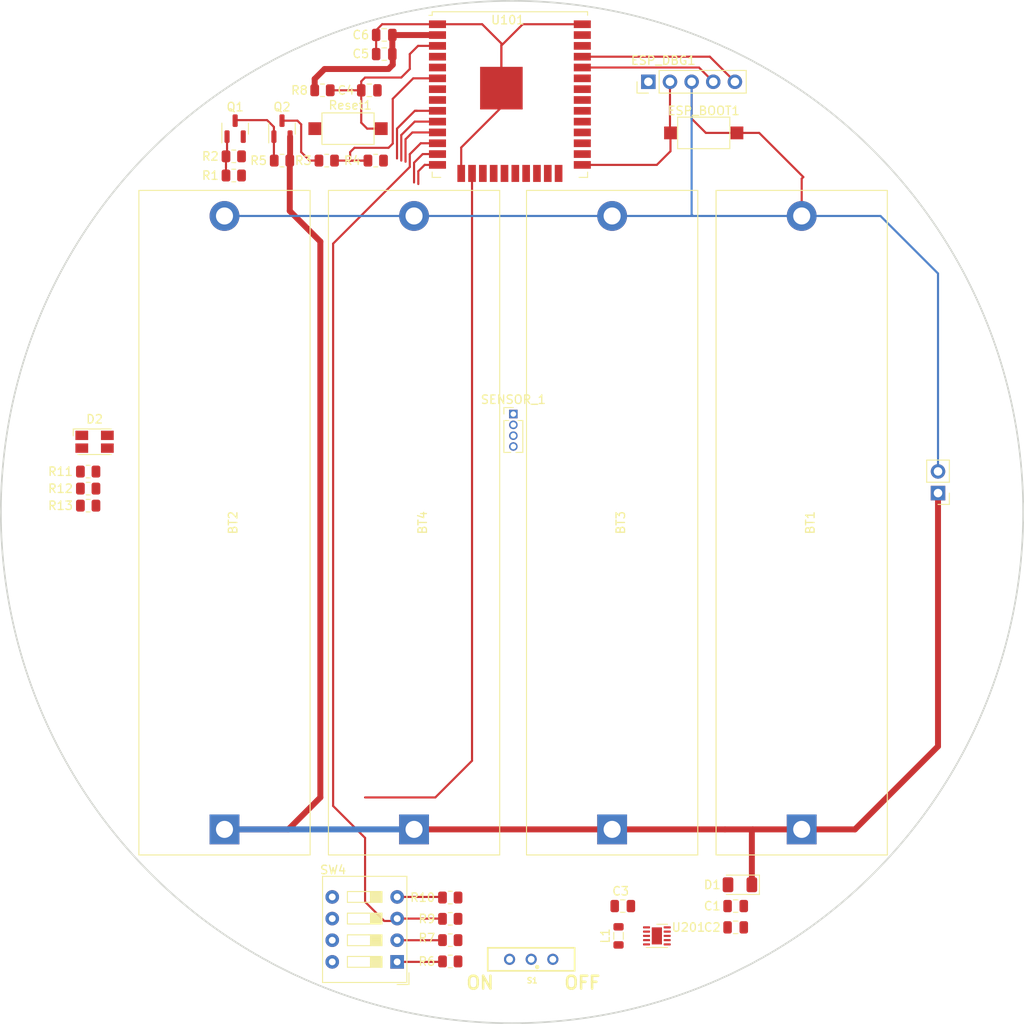
<source format=kicad_pcb>
(kicad_pcb (version 20211014) (generator pcbnew)
  (layers (0 "F.Cu" signal) (31 "B.Cu" signal) (34 "B.Paste" user) (35 "F.Paste" user) (36 "B.SilkS" user "B.Silkscreen") (37 "F.SilkS" user "F.Silkscreen") (38 "B.Mask" user) (39 "F.Mask" user) (44 "Edge.Cuts" user))
  (net 0 "")
  (net 1 "+3.3V")
  (net 2 "Net-(D2-Pad2)")
  (net 3 "Net-(D2-Pad3)")
  (net 4 "Net-(D2-Pad4)")
  (net 5 "Net-(Q1-Pad1)")
  (net 6 "GND")
  (net 7 "Net-(Q1-Pad3)")
  (net 8 "/+BAT_OUT")
  (net 9 "+BATT")
  (net 10 "/EN")
  (net 13 "/BAT_CHECK")
  (net 16 "/LED_R")
  (net 17 "/LED_G")
  (net 18 "/LED_B")
  (net 19 "/FUNC_2")
  (net 20 "/FUNC_3")
  (net 21 "/FUNC_0")
  (net 22 "/FUNC_1")
  (net 31 "/BOOT")
  (net 35 "/BAT_IN")
  (net 39 "/SDA")
  (net 40 "/RXD")
  (net 41 "/TXD")
  (net 42 "/SCL")
  (net 44 "Net-(C3-Pad1)")
  (net 45 "Net-(L1-Pad2)")
  (net 46 "Net-(L1-Pad1)")
  (net 47 "Net-(C1-Pad1)")
  (footprint "Button_Switch_SMD:SW_SPST_CK_RS282G05A3" (layer "F.Cu") (at 101.5 37.5 180)
    (fp_text reference "Reset1" (at -0.25 2.75) (layer "F.SilkS"))
    (fp_text value "IT-1101NHA-180G" hide)
    (fp_line (start -3.06 1.85) (end -3.06 -1.85) (layer "F.SilkS") (width 0.12))
    (fp_line (start 3.06 1.85) (end -3.06 1.85) (layer "F.SilkS") (width 0.12))
    (fp_line (start -3.06 -1.85) (end 3.06 -1.85) (layer "F.SilkS") (width 0.12))
    (fp_line (start 3.06 -1.85) (end 3.06 1.85) (layer "F.SilkS") (width 0.12))
    (pad "1" smd rect (at -3.9 0 180) (size 1.5 1.5) (layers "F.Cu" "F.Paste" "F.Mask") (net 10 "/EN"))
    (pad "2" smd rect (at 3.9 0 180) (size 1.5 1.5) (layers "F.Cu" "F.Paste" "F.Mask") (net 6 "GND"))
  )
  (footprint "Resistor_SMD:R_0805_2012Metric" (layer "F.Cu") (at 71 79.75 180)
    (fp_text reference "R12" (at 3.25 0) (layer "F.SilkS"))
    (fp_text value "270R" hide)
    (fp_line (start -0.227064 -0.735) (end 0.227064 -0.735) (layer "F.SilkS") (width 0.12))
    (fp_line (start -0.227064 0.735) (end 0.227064 0.735) (layer "F.SilkS") (width 0.12))
    (pad "1" smd roundrect (at -0.9125 0 180) (size 1.025 1.4) (layers "F.Cu" "F.Paste" "F.Mask") (roundrect_rratio 0.243902) (net 17 "/LED_G"))
    (pad "2" smd roundrect (at 0.9125 0 180) (size 1.025 1.4) (layers "F.Cu" "F.Paste" "F.Mask") (roundrect_rratio 0.243902) (net 3 "Net-(D2-Pad3)"))
  )
  (footprint "Resistor_SMD:R_0805_2012Metric" (layer "F.Cu") (at 113.5 132.75 180)
    (fp_text reference "R7" (at 2.75 0.25) (layer "F.SilkS"))
    (fp_text value "10K" hide)
    (fp_line (start -0.227064 -0.735) (end 0.227064 -0.735) (layer "F.SilkS") (width 0.12))
    (fp_line (start -0.227064 0.735) (end 0.227064 0.735) (layer "F.SilkS") (width 0.12))
    (pad "1" smd roundrect (at -0.9125 0 180) (size 1.025 1.4) (layers "F.Cu" "F.Paste" "F.Mask") (roundrect_rratio 0.243902) (net 1 "+3.3V"))
    (pad "2" smd roundrect (at 0.9125 0 180) (size 1.025 1.4) (layers "F.Cu" "F.Paste" "F.Mask") (roundrect_rratio 0.243902) (net 22 "/FUNC_1"))
  )
  (footprint "Button_Switch_SMD:SW_SPST_CK_RS282G05A3" (layer "F.Cu") (at 143.25 38)
    (fp_text reference "ESP_BOOT1" (at 0 -2.6) (layer "F.SilkS"))
    (fp_text value "IT-1101NHA-180G" hide)
    (fp_line (start -3.06 1.85) (end -3.06 -1.85) (layer "F.SilkS") (width 0.12))
    (fp_line (start -3.06 -1.85) (end 3.06 -1.85) (layer "F.SilkS") (width 0.12))
    (fp_line (start 3.06 1.85) (end -3.06 1.85) (layer "F.SilkS") (width 0.12))
    (fp_line (start 3.06 -1.85) (end 3.06 1.85) (layer "F.SilkS") (width 0.12))
    (pad "1" smd rect (at -3.9 0) (size 1.5 1.5) (layers "F.Cu" "F.Paste" "F.Mask") (net 31 "/BOOT"))
    (pad "2" smd rect (at 3.9 0) (size 1.5 1.5) (layers "F.Cu" "F.Paste" "F.Mask") (net 6 "GND"))
  )
  (footprint "Capacitor_SMD:C_0805_2012Metric" (layer "F.Cu") (at 105.75 28.75 180)
    (fp_text reference "C5" (at 2.75 0.04) (layer "F.SilkS"))
    (fp_text value "100nF" hide)
    (fp_line (start -0.261252 0.735) (end 0.261252 0.735) (layer "F.SilkS") (width 0.12))
    (fp_line (start -0.261252 -0.735) (end 0.261252 -0.735) (layer "F.SilkS") (width 0.12))
    (pad "1" smd roundrect (at -0.95 0 180) (size 1 1.45) (layers "F.Cu" "F.Paste" "F.Mask") (net 1 "+3.3V"))
    (pad "2" smd roundrect (at 0.95 0 180) (size 1 1.45) (layers "F.Cu" "F.Paste" "F.Mask") (net 6 "GND"))
  )
  (footprint "Resistor_SMD:R_0805_2012Metric" (layer "F.Cu") (at 113.5 130.25 180)
    (fp_text reference "R9" (at 2.75 0) (layer "F.SilkS"))
    (fp_text value "10K" hide)
    (fp_line (start -0.227064 -0.735) (end 0.227064 -0.735) (layer "F.SilkS") (width 0.12))
    (fp_line (start -0.227064 0.735) (end 0.227064 0.735) (layer "F.SilkS") (width 0.12))
    (pad "1" smd roundrect (at -0.9125 0 180) (size 1.025 1.4) (layers "F.Cu" "F.Paste" "F.Mask") (roundrect_rratio 0.243902) (net 1 "+3.3V"))
    (pad "2" smd roundrect (at 0.9125 0 180) (size 1.025 1.4) (layers "F.Cu" "F.Paste" "F.Mask") (roundrect_rratio 0.243902) (net 19 "/FUNC_2"))
  )
  (footprint "Resistor_SMD:R_0805_2012Metric" (layer "F.Cu") (at 113.5 135.25 180)
    (fp_text reference "R6" (at 2.75 0) (layer "F.SilkS"))
    (fp_text value "10K" hide)
    (fp_line (start -0.227064 0.735) (end 0.227064 0.735) (layer "F.SilkS") (width 0.12))
    (fp_line (start -0.227064 -0.735) (end 0.227064 -0.735) (layer "F.SilkS") (width 0.12))
    (pad "1" smd roundrect (at -0.9125 0 180) (size 1.025 1.4) (layers "F.Cu" "F.Paste" "F.Mask") (roundrect_rratio 0.243902) (net 1 "+3.3V"))
    (pad "2" smd roundrect (at 0.9125 0 180) (size 1.025 1.4) (layers "F.Cu" "F.Paste" "F.Mask") (roundrect_rratio 0.243902) (net 21 "/FUNC_0"))
  )
  (footprint "Capacitor_SMD:C_0805_2012Metric" (layer "F.Cu") (at 147 128.75)
    (fp_text reference "C1" (at -2.75 0) (layer "F.SilkS"))
    (fp_text value "100nF" hide)
    (fp_line (start -0.261252 0.735) (end 0.261252 0.735) (layer "F.SilkS") (width 0.12))
    (fp_line (start -0.261252 -0.735) (end 0.261252 -0.735) (layer "F.SilkS") (width 0.12))
    (pad "1" smd roundrect (at -0.95 0) (size 1 1.45) (layers "F.Cu" "F.Paste" "F.Mask") (net 47 "Net-(C1-Pad1)"))
    (pad "2" smd roundrect (at 0.95 0) (size 1 1.45) (layers "F.Cu" "F.Paste" "F.Mask") (net 6 "GND"))
  )
  (footprint "Package_TO_SOT_SMD:SOT-23" (layer "F.Cu") (at 88.25 37.5 90)
    (fp_text reference "Q1" (at 2.54 0) (layer "F.SilkS"))
    (fp_text value "MMBT3904" hide)
    (fp_line (start 0 -1.56) (end 0.65 -1.56) (layer "F.SilkS") (width 0.12))
    (fp_line (start 0 1.56) (end 0.65 1.56) (layer "F.SilkS") (width 0.12))
    (fp_line (start 0 -1.56) (end -1.675 -1.56) (layer "F.SilkS") (width 0.12))
    (fp_line (start 0 1.56) (end -0.65 1.56) (layer "F.SilkS") (width 0.12))
    (pad "1" smd roundrect (at -0.9375 -0.95 90) (size 1.475 0.6) (layers "F.Cu" "F.Paste" "F.Mask") (net 5 "Net-(Q1-Pad1)"))
    (pad "2" smd roundrect (at -0.9375 0.95 90) (size 1.475 0.6) (layers "F.Cu" "F.Paste" "F.Mask") (net 6 "GND"))
    (pad "3" smd roundrect (at 0.9375 0 90) (size 1.475 0.6) (layers "F.Cu" "F.Paste" "F.Mask") (net 7 "Net-(Q1-Pad3)"))
  )
  (footprint "Inductor_SMD:L_0805_2012Metric" (layer "F.Cu") (at 133.25 132.25 90)
    (fp_text reference "L1" (at 0 -1.55 90) (layer "F.SilkS"))
    (fp_text value "INDUCTOR" hide)
    (fp_line (start -0.399622 -0.56) (end 0.399622 -0.56) (layer "F.SilkS") (width 0.12))
    (fp_line (start -0.399622 0.56) (end 0.399622 0.56) (layer "F.SilkS") (width 0.12))
    (pad "1" smd roundrect (at -1.0625 0 90) (size 0.875 1.2) (layers "F.Cu" "F.Paste" "F.Mask") (net 46 "Net-(L1-Pad1)"))
    (pad "2" smd roundrect (at 1.0625 0 90) (size 0.875 1.2) (layers "F.Cu" "F.Paste" "F.Mask") (net 45 "Net-(L1-Pad2)"))
  )
  (footprint "LED_SMD:LED_Avago_PLCC4_3.2x2.8mm_CW" (layer "F.Cu") (at 71.75 74.25)
    (fp_text reference "D2" (at 0 -2.65) (layer "F.SilkS"))
    (fp_text value "ASMB-MTB0-0A3A2" hide)
    (fp_line (start -1.95 1.5) (end 1.95 1.5) (layer "F.SilkS") (width 0.12))
    (fp_line (start -2.5 -0.7) (end -2.5 -1.5) (layer "F.SilkS") (width 0.12))
    (fp_line (start -2.500044 -1.5) (end 1.95 -1.5) (layer "F.SilkS") (width 0.12))
    (pad "1" smd rect (at -1.5 -0.75) (size 1.5 1.1) (layers "F.Cu" "F.Paste" "F.Mask") (net 1 "+3.3V"))
    (pad "2" smd rect (at 1.5 -0.75) (size 1.5 1.1) (layers "F.Cu" "F.Paste" "F.Mask") (net 2 "Net-(D2-Pad2)"))
    (pad "3" smd rect (at 1.5 0.75) (size 1.5 1.1) (layers "F.Cu" "F.Paste" "F.Mask") (net 3 "Net-(D2-Pad3)"))
    (pad "4" smd rect (at -1.5 0.75) (size 1.5 1.1) (layers "F.Cu" "F.Paste" "F.Mask") (net 4 "Net-(D2-Pad4)"))
  )
  (footprint "Resistor_SMD:R_0805_2012Metric" (layer "F.Cu") (at 71 77.75)
    (fp_text reference "R11" (at -3.25 0) (layer "F.SilkS"))
    (fp_text value "270R" hide)
    (fp_line (start -0.227064 0.735) (end 0.227064 0.735) (layer "F.SilkS") (width 0.12))
    (fp_line (start -0.227064 -0.735) (end 0.227064 -0.735) (layer "F.SilkS") (width 0.12))
    (pad "1" smd roundrect (at -0.9125 0) (size 1.025 1.4) (layers "F.Cu" "F.Paste" "F.Mask") (roundrect_rratio 0.243902) (net 4 "Net-(D2-Pad4)"))
    (pad "2" smd roundrect (at 0.9125 0) (size 1.025 1.4) (layers "F.Cu" "F.Paste" "F.Mask") (roundrect_rratio 0.243902) (net 16 "/LED_R"))
  )
  (footprint "Resistor_SMD:R_0805_2012Metric" (layer "F.Cu") (at 93.75 41.25 180)
    (fp_text reference "R5" (at 2.75 0) (layer "F.SilkS"))
    (fp_text value "10K" hide)
    (fp_line (start -0.227064 -0.735) (end 0.227064 -0.735) (layer "F.SilkS") (width 0.12))
    (fp_line (start -0.227064 0.735) (end 0.227064 0.735) (layer "F.SilkS") (width 0.12))
    (pad "1" smd roundrect (at -0.9125 0 180) (size 1.025 1.4) (layers "F.Cu" "F.Paste" "F.Mask") (roundrect_rratio 0.243902) (net 9 "+BATT"))
    (pad "2" smd roundrect (at 0.9125 0 180) (size 1.025 1.4) (layers "F.Cu" "F.Paste" "F.Mask") (roundrect_rratio 0.243902) (net 7 "Net-(Q1-Pad3)"))
  )
  (footprint "Diode_SMD:D_1206_3216Metric" (layer "F.Cu") (at 147.5 126.25 180)
    (fp_text reference "D1" (at 3.25 0) (layer "F.SilkS"))
    (fp_text value "DIODE" hide)
    (fp_line (start -2.285 1.135) (end 1.6 1.135) (layer "F.SilkS") (width 0.12))
    (fp_line (start -2.285 -1.135) (end -2.285 1.135) (layer "F.SilkS") (width 0.12))
    (fp_line (start 1.6 -1.135) (end -2.285 -1.135) (layer "F.SilkS") (width 0.12))
    (pad "1" smd roundrect (at -1.4 0 180) (size 1.25 1.75) (layers "F.Cu" "F.Paste" "F.Mask") (roundrect_rratio 0.2) (net 9 "+BATT"))
    (pad "2" smd roundrect (at 1.4 0 180) (size 1.25 1.75) (layers "F.Cu" "F.Paste" "F.Mask") (roundrect_rratio 0.2) (net 47 "Net-(C1-Pad1)"))
  )
  (footprint "Capacitor_SMD:C_0805_2012Metric" (layer "F.Cu") (at 133.75 128.75)
    (fp_text reference "C3" (at -0.25 -1.75) (layer "F.SilkS"))
    (fp_text value "10uF/10v" hide)
    (fp_line (start -0.261252 0.735) (end 0.261252 0.735) (layer "F.SilkS") (width 0.12))
    (fp_line (start -0.261252 -0.735) (end 0.261252 -0.735) (layer "F.SilkS") (width 0.12))
    (pad "1" smd roundrect (at -0.95 0) (size 1 1.45) (layers "F.Cu" "F.Paste" "F.Mask") (net 44 "Net-(C3-Pad1)"))
    (pad "2" smd roundrect (at 0.95 0) (size 1 1.45) (layers "F.Cu" "F.Paste" "F.Mask") (net 6 "GND"))
  )
  (footprint "450301014042:450301014042" (layer "F.Cu") (at 123 135 180)
    (fp_text reference "S1" (at -0.1124 -2.4913 180) (layer "F.SilkS") (effects (font (size 0.64 0.64))))
    (fp_text value "450301014042")
    (fp_line (start 5.1 -1.35) (end 5.1 1.35) (layer "F.SilkS") (width 0.2))
    (fp_line (start -5.1 -1.35) (end 5.1 -1.35) (layer "F.SilkS") (width 0.2))
    (fp_line (start -5.1 1.35) (end -5.1 -1.35) (layer "F.SilkS") (width 0.2))
    (fp_line (start 5.1 1.35) (end -5.1 1.35) (layer "F.SilkS") (width 0.2))
    (fp_circle (center -0.7 -0.9) (end -0.65 -0.9) (layer "F.SilkS") (width 0.2) (fill none))
    (pad "1" thru_hole circle locked (at 0 0 180) (size 1.308 1.308) (drill 0.8) (layers *.Cu *.Mask) (net 44 "Net-(C3-Pad1)"))
    (pad "2" thru_hole circle locked (at -2.54 0 180) (size 1.308 1.308) (drill 0.8) (layers *.Cu *.Mask) (net 1 "+3.3V"))
    (pad "3" thru_hole circle locked (at 2.54 0 180) (size 1.308 1.308) (drill 0.8) (layers *.Cu *.Mask))
  )
  (footprint "Resistor_SMD:R_0805_2012Metric" (layer "F.Cu") (at 99 41.25)
    (fp_text reference "R3" (at -2.75 0) (layer "F.SilkS"))
    (fp_text value "10k" hide)
    (fp_line (start -0.227064 0.735) (end 0.227064 0.735) (layer "F.SilkS") (width 0.12))
    (fp_line (start -0.227064 -0.735) (end 0.227064 -0.735) (layer "F.SilkS") (width 0.12))
    (pad "1" smd roundrect (at -0.9125 0) (size 1.025 1.4) (layers "F.Cu" "F.Paste" "F.Mask") (roundrect_rratio 0.243902) (net 8 "/+BAT_OUT"))
    (pad "2" smd roundrect (at 0.9125 0) (size 1.025 1.4) (layers "F.Cu" "F.Paste" "F.Mask") (roundrect_rratio 0.243902) (net 13 "/BAT_CHECK"))
  )
  (footprint "Connector_PinHeader_2.54mm:PinHeader_1x05_P2.54mm_Vertical" (layer "F.Cu") (at 136.75 32 90)
    (fp_text reference "ESP_DBG1" (at 2.5 1.75) (layer "F.SilkS"))
    (fp_text value "SMW250-05" hide)
    (fp_line (start -1.33 11.49) (end 1.33 11.49) (layer "F.SilkS") (width 0.12))
    (fp_line (start -1.33 -1.33) (end 0 -1.33) (layer "F.SilkS") (width 0.12))
    (fp_line (start -1.33 0) (end -1.33 -1.33) (layer "F.SilkS") (width 0.12))
    (fp_line (start -1.33 1.27) (end 1.33 1.27) (layer "F.SilkS") (width 0.12))
    (fp_line (start -1.33 1.27) (end -1.33 11.49) (layer "F.SilkS") (width 0.12))
    (fp_line (start 1.33 1.27) (end 1.33 11.49) (layer "F.SilkS") (width 0.12))
    (pad "1" thru_hole rect (at 0 0 90) (size 1.7 1.7) (drill 1) (layers *.Cu *.Mask) (net 1 "+3.3V"))
    (pad "2" thru_hole oval (at 0 2.54 90) (size 1.7 1.7) (drill 1) (layers *.Cu *.Mask) (net 31 "/BOOT"))
    (pad "3" thru_hole oval (at 0 5.08 90) (size 1.7 1.7) (drill 1) (layers *.Cu *.Mask) (net 6 "GND"))
    (pad "4" thru_hole oval (at 0 7.62 90) (size 1.7 1.7) (drill 1) (layers *.Cu *.Mask) (net 40 "/RXD"))
    (pad "5" thru_hole oval (at 0 10.16 90) (size 1.7 1.7) (drill 1) (layers *.Cu *.Mask) (net 41 "/TXD"))
  )
  (footprint "Capacitor_SMD:C_0805_2012Metric" (layer "F.Cu") (at 147 131.25)
    (fp_text reference "C2" (at -2.75 0) (layer "F.SilkS"))
    (fp_text value "100nF" hide)
    (fp_line (start -0.261252 0.735) (end 0.261252 0.735) (layer "F.SilkS") (width 0.12))
    (fp_line (start -0.261252 -0.735) (end 0.261252 -0.735) (layer "F.SilkS") (width 0.12))
    (pad "1" smd roundrect (at -0.95 0) (size 1 1.45) (layers "F.Cu" "F.Paste" "F.Mask") (net 47 "Net-(C1-Pad1)"))
    (pad "2" smd roundrect (at 0.95 0) (size 1 1.45) (layers "F.Cu" "F.Paste" "F.Mask") (net 6 "GND"))
  )
  (footprint "Battery:BatteryHolder_MPD_BH-18650-PC2" (layer "F.Cu") (at 132.5 119.75 90)
    (fp_text reference "BT3" (at 36 1 90) (layer "F.SilkS"))
    (fp_text value "18650")
    (fp_line (start 75 -10.05) (end 75 10.05) (layer "F.SilkS") (width 0.12))
    (fp_line (start 75 10.05) (end -3 10.05) (layer "F.SilkS") (width 0.12))
    (fp_line (start -3 10.05) (end -3 -10.05) (layer "F.SilkS") (width 0.12))
    (fp_line (start -3 -10.05) (end 75 -10.05) (layer "F.SilkS") (width 0.12))
    (pad "" np_thru_hole circle (at 8.645 0 90) (size 3.2 3.2) (drill 3.2) (layers *.Cu *.Mask))
    (pad "" np_thru_hole circle (at 64.255 0 90) (size 3.2 3.2) (drill 3.2) (layers *.Cu *.Mask))
    (pad "1" thru_hole rect (at 0 0 90) (size 3.5 3.5) (drill 2) (layers *.Cu *.Mask) (net 9 "+BATT"))
    (pad "2" thru_hole circle (at 72 0 90) (size 3.5 3.5) (drill 2) (layers *.Cu *.Mask) (net 6 "GND"))
  )
  (footprint "Battery:BatteryHolder_MPD_BH-18650-PC2" (layer "F.Cu") (at 87 119.75 90)
    (fp_text reference "BT2" (at 36 1 90) (layer "F.SilkS"))
    (fp_text value "18650")
    (fp_line (start 75 -10.05) (end 75 10.05) (layer "F.SilkS") (width 0.12))
    (fp_line (start 75 10.05) (end -3 10.05) (layer "F.SilkS") (width 0.12))
    (fp_line (start -3 -10.05) (end 75 -10.05) (layer "F.SilkS") (width 0.12))
    (fp_line (start -3 10.05) (end -3 -10.05) (layer "F.SilkS") (width 0.12))
    (pad "" np_thru_hole circle (at 8.645 0 90) (size 3.2 3.2) (drill 3.2) (layers *.Cu *.Mask))
    (pad "" np_thru_hole circle (at 64.255 0 90) (size 3.2 3.2) (drill 3.2) (layers *.Cu *.Mask))
    (pad "1" thru_hole rect (at 0 0 90) (size 3.5 3.5) (drill 2) (layers *.Cu *.Mask) (net 9 "+BATT"))
    (pad "2" thru_hole circle (at 72 0 90) (size 3.5 3.5) (drill 2) (layers *.Cu *.Mask) (net 6 "GND"))
  )
  (footprint "Package_TO_SOT_SMD:SOT-23" (layer "F.Cu") (at 93.75 37.5 90)
    (fp_text reference "Q2" (at 2.54 0) (layer "F.SilkS"))
    (fp_text value "IRLML6402" hide)
    (fp_line (start 0 1.56) (end -0.65 1.56) (layer "F.SilkS") (width 0.12))
    (fp_line (start 0 -1.56) (end -1.675 -1.56) (layer "F.SilkS") (width 0.12))
    (fp_line (start 0 1.56) (end 0.65 1.56) (layer "F.SilkS") (width 0.12))
    (fp_line (start 0 -1.56) (end 0.65 -1.56) (layer "F.SilkS") (width 0.12))
    (pad "1" smd roundrect (at -0.9375 -0.95 90) (size 1.475 0.6) (layers "F.Cu" "F.Paste" "F.Mask") (net 7 "Net-(Q1-Pad3)"))
    (pad "2" smd roundrect (at -0.9375 0.95 90) (size 1.475 0.6) (layers "F.Cu" "F.Paste" "F.Mask") (net 9 "+BATT"))
    (pad "3" smd roundrect (at 0.9375 0 90) (size 1.475 0.6) (layers "F.Cu" "F.Paste" "F.Mask") (net 8 "/+BAT_OUT"))
  )
  (footprint "Resistor_SMD:R_0805_2012Metric" (layer "F.Cu") (at 104.75 41.25)
    (fp_text reference "R4" (at -2.75 0) (layer "F.SilkS"))
    (fp_text value "10k" hide)
    (fp_line (start -0.227064 -0.735) (end 0.227064 -0.735) (layer "F.SilkS") (width 0.12))
    (fp_line (start -0.227064 0.735) (end 0.227064 0.735) (layer "F.SilkS") (width 0.12))
    (pad "1" smd roundrect (at -0.9125 0) (size 1.025 1.4) (layers "F.Cu" "F.Paste" "F.Mask") (roundrect_rratio 0.243902) (net 13 "/BAT_CHECK"))
    (pad "2" smd roundrect (at 0.9125 0) (size 1.025 1.4) (layers "F.Cu" "F.Paste" "F.Mask") (roundrect_rratio 0.243902) (net 6 "GND"))
  )
  (footprint "Button_Switch_THT:SW_DIP_SPSTx04_Slide_9.78x12.34mm_W7.62mm_P2.54mm" (layer "F.Cu") (at 107.2675 135.3 180)
    (fp_text reference "SW4" (at 7.5175 10.8) (layer "F.SilkS"))
    (fp_text value "SW_DIP_x04" hide)
    (fp_line (start 1.78 2.265) (end 3.133333 2.265) (layer "F.SilkS") (width 0.12))
    (fp_line (start 3.133333 -0.635) (end 3.133333 0.635) (layer "F.SilkS") (width 0.12))
    (fp_line (start 1.78 -0.035) (end 3.133333 -0.035) (layer "F.SilkS") (width 0.12))
    (fp_line (start 1.78 7.465) (end 3.133333 7.465) (layer "F.SilkS") (width 0.12))
    (fp_line (start -1.14 -2.42) (end 8.76 -2.42) (layer "F.SilkS") (width 0.12))
    (fp_line (start 1.78 5.715) (end 5.84 5.715) (layer "F.SilkS") (width 0.12))
    (fp_line (start 1.78 4.925) (end 3.133333 4.925) (layer "F.SilkS") (width 0.12))
    (fp_line (start 5.84 3.175) (end 5.84 1.905) (layer "F.SilkS") (width 0.12))
    (fp_line (start -1.38 -2.66) (end 0.004 -2.66) (layer "F.SilkS") (width 0.12))
    (fp_line (start 1.78 2.745) (end 3.133333 2.745) (layer "F.SilkS") (width 0.12))
    (fp_line (start 1.78 -0.395) (end 3.133333 -0.395) (layer "F.SilkS") (width 0.12))
    (fp_line (start 1.78 7.345) (end 3.133333 7.345) (layer "F.SilkS") (width 0.12))
    (fp_line (start 1.78 5.165) (end 3.133333 5.165) (layer "F.SilkS") (width 0.12))
    (fp_line (start 3.133333 1.905) (end 3.133333 3.175) (layer "F.SilkS") (width 0.12))
    (fp_line (start 1.78 5.525) (end 3.133333 5.525) (layer "F.SilkS") (width 0.12))
    (fp_line (start 1.78 4.805) (end 3.133333 4.805) (layer "F.SilkS") (width 0.12))
    (fp_line (start 1.78 7.585) (end 3.133333 7.585) (layer "F.SilkS") (width 0.12))
    (fp_line (start 1.78 0.205) (end 3.133333 0.205) (layer "F.SilkS") (width 0.12))
    (fp_line (start 1.78 7.225) (end 3.133333 7.225) (layer "F.SilkS") (width 0.12))
    (fp_line (start -1.14 10.04) (end 8.76 10.04) (layer "F.SilkS") (width 0.12))
    (fp_line (start 1.78 2.625) (end 3.133333 2.625) (layer "F.SilkS") (width 0.12))
    (fp_line (start 1.78 7.705) (end 3.133333 7.705) (layer "F.SilkS") (width 0.12))
    (fp_line (start 1.78 2.865) (end 3.133333 2.865) (layer "F.SilkS") (width 0.12))
    (fp_line (start 1.78 2.505) (end 3.133333 2.505) (layer "F.SilkS") (width 0.12))
    (fp_line (start 1.78 2.025) (end 3.133333 2.025) (layer "F.SilkS") (width 0.12))
    (fp_line (start 1.78 3.105) (end 3.133333 3.105) (layer "F.SilkS") (width 0.12))
    (fp_line (start 1.78 7.945) (end 3.133333 7.945) (layer "F.SilkS") (width 0.12))
    (fp_line (start 1.78 6.985) (end 1.78 8.255) (layer "F.SilkS") (width 0.12))
    (fp_line (start -1.38 -2.66) (end -1.38 -1.277) (layer "F.SilkS") (width 0.12))
    (fp_line (start 1.78 0.635) (end 5.84 0.635) (layer "F.SilkS") (width 0.12))
    (fp_line (start 5.84 0.635) (end 5.84 -0.635) (layer "F.SilkS") (width 0.12))
    (fp_line (start 5.84 8.255) (end 5.84 6.985) (layer "F.SilkS") (width 0.12))
    (fp_line (start 1.78 5.285) (end 3.133333 5.285) (layer "F.SilkS") (width 0.12))
    (fp_line (start 3.133333 4.445) (end 3.133333 5.715) (layer "F.SilkS") (width 0.12))
    (fp_line (start 1.78 4.445) (end 1.78 5.715) (layer "F.SilkS") (width 0.12))
    (fp_line (start 5.84 -0.635) (end 1.78 -0.635) (layer "F.SilkS") (width 0.12))
    (fp_line (start 1.78 0.325) (end 3.133333 0.325) (layer "F.SilkS") (width 0.12))
    (fp_line (start 1.78 5.645) (end 3.133333 5.645) (layer "F.SilkS") (width 0.12))
    (fp_line (start 1.78 5.405) (end 3.133333 5.405) (layer "F.SilkS") (width 0.12))
    (fp_line (start 1.78 -0.635) (end 1.78 0.635) (layer "F.SilkS") (width 0.12))
    (fp_line (start 1.78 2.385) (end 3.133333 2.385) (layer "F.SilkS") (width 0.12))
    (fp_line (start 1.78 3.175) (end 5.84 3.175) (layer "F.SilkS") (width 0.12))
    (fp_line (start 1.78 8.065) (end 3.133333 8.065) (layer "F.SilkS") (width 0.12))
    (fp_line (start 1.78 7.105) (end 3.133333 7.105) (layer "F.SilkS") (width 0.12))
    (fp_line (start 1.78 8.185) (end 3.133333 8.185) (layer "F.SilkS") (width 0.12))
    (fp_line (start 1.78 4.565) (end 3.133333 4.565) (layer "F.SilkS") (width 0.12))
    (fp_line (start 1.78 7.825) (end 3.133333 7.825) (layer "F.SilkS") (width 0.12))
    (fp_line (start 5.84 6.985) (end 1.78 6.985) (layer "F.SilkS") (width 0.12))
    (fp_line (start 1.78 0.565) (end 3.133333 0.565) (layer "F.SilkS") (width 0.12))
    (fp_line (start 3.133333 6.985) (end 3.133333 8.255) (layer "F.SilkS") (width 0.12))
    (fp_line (start 1.78 4.685) (end 3.133333 4.685) (layer "F.SilkS") (width 0.12))
    (fp_line (start 1.78 5.045) (end 3.133333 5.045) (layer "F.SilkS") (width 0.12))
    (fp_line (start 1.78 -0.515) (end 3.133333 -0.515) (layer "F.SilkS") (width 0.12))
    (fp_line (start 8.76 -2.42) (end 8.76 10.04) (layer "F.SilkS") (width 0.12))
    (fp_line (start -1.14 -2.42) (end -1.14 10.04) (layer "F.SilkS") (width 0.12))
    (fp_line (start 5.84 4.445) (end 1.78 4.445) (layer "F.SilkS") (width 0.12))
    (fp_line (start 1.78 0.445) (end 3.133333 0.445) (layer "F.SilkS") (width 0.12))
    (fp_line (start 1.78 0.085) (end 3.133333 0.085) (layer "F.SilkS") (width 0.12))
    (fp_line (start 1.78 8.255) (end 5.84 8.255) (layer "F.SilkS") (width 0.12))
    (fp_line (start 1.78 -0.275) (end 3.133333 -0.275) (layer "F.SilkS") (width 0.12))
    (fp_line (start 1.78 -0.155) (end 3.133333 -0.155) (layer "F.SilkS") (width 0.12))
    (fp_line (start 1.78 2.145) (end 3.133333 2.145) (layer "F.SilkS") (width 0.12))
    (fp_line (start 5.84 5.715) (end 5.84 4.445) (layer "F.SilkS") (width 0.12))
    (fp_line (start 1.78 2.985) (end 3.133333 2.985) (layer "F.SilkS") (width 0.12))
    (fp_line (start 1.78 1.905) (end 1.78 3.175) (layer "F.SilkS") (width 0.12))
    (fp_line (start 5.84 1.905) (end 1.78 1.905) (layer "F.SilkS") (width 0.12))
    (pad "1" thru_hole rect (at 0 0 180) (size 1.6 1.6) (drill 0.8) (layers *.Cu *.Mask) (net 21 "/FUNC_0"))
    (pad "2" thru_hole oval (at 0 2.54 180) (size 1.6 1.6) (drill 0.8) (layers *.Cu *.Mask) (net 22 "/FUNC_1"))
    (pad "3" thru_hole oval (at 0 5.08 180) (size 1.6 1.6) (drill 0.8) (layers *.Cu *.Mask) (net 19 "/FUNC_2"))
    (pad "4" thru_hole oval (at 0 7.62 180) (size 1.6 1.6) (drill 0.8) (layers *.Cu *.Mask) (net 20 "/FUNC_3"))
    (pad "5" thru_hole oval (at 7.62 7.62 180) (size 1.6 1.6) (drill 0.8) (layers *.Cu *.Mask) (net 6 "GND"))
    (pad "6" thru_hole oval (at 7.62 5.08 180) (size 1.6 1.6) (drill 0.8) (layers *.Cu *.Mask) (net 6 "GND"))
    (pad "7" thru_hole oval (at 7.62 2.54 180) (size 1.6 1.6) (drill 0.8) (layers *.Cu *.Mask) (net 6 "GND"))
    (pad "8" thru_hole oval (at 7.62 0 180) (size 1.6 1.6) (drill 0.8) (layers *.Cu *.Mask) (net 6 "GND"))
  )
  (footprint "Resistor_SMD:R_0805_2012Metric" (layer "F.Cu") (at 88.0875 40.75)
    (fp_text reference "R2" (at -2.75 0) (layer "F.SilkS"))
    (fp_text value "10K" hide)
    (fp_line (start -0.227064 -0.735) (end 0.227064 -0.735) (layer "F.SilkS") (width 0.12))
    (fp_line (start -0.227064 0.735) (end 0.227064 0.735) (layer "F.SilkS") (width 0.12))
    (pad "1" smd roundrect (at -0.9125 0) (size 1.025 1.4) (layers "F.Cu" "F.Paste" "F.Mask") (roundrect_rratio 0.243902) (net 5 "Net-(Q1-Pad1)"))
    (pad "2" smd roundrect (at 0.9125 0) (size 1.025 1.4) (layers "F.Cu" "F.Paste" "F.Mask") (roundrect_rratio 0.243902) (net 6 "GND"))
  )
  (footprint "Resistor_SMD:R_0805_2012Metric" (layer "F.Cu") (at 98.5 33)
    (fp_text reference "R8" (at -2.7 0) (layer "F.SilkS"))
    (fp_text value "10K" hide)
    (fp_line (start -0.227064 -0.735) (end 0.227064 -0.735) (layer "F.SilkS") (width 0.12))
    (fp_line (start -0.227064 0.735) (end 0.227064 0.735) (layer "F.SilkS") (width 0.12))
    (pad "1" smd roundrect (at -0.9125 0) (size 1.025 1.4) (layers "F.Cu" "F.Paste" "F.Mask") (roundrect_rratio 0.243902) (net 1 "+3.3V"))
    (pad "2" smd roundrect (at 0.9125 0) (size 1.025 1.4) (layers "F.Cu" "F.Paste" "F.Mask") (roundrect_rratio 0.243902) (net 10 "/EN"))
  )
  (footprint "Battery:BatteryHolder_MPD_BH-18650-PC2" (layer "F.Cu") (at 109.25 119.75 90)
    (fp_text reference "BT4" (at 36 1 90) (layer "F.SilkS"))
    (fp_text value "18650")
    (fp_line (start -3 -10.05) (end 75 -10.05) (layer "F.SilkS") (width 0.12))
    (fp_line (start 75 10.05) (end -3 10.05) (layer "F.SilkS") (width 0.12))
    (fp_line (start -3 10.05) (end -3 -10.05) (layer "F.SilkS") (width 0.12))
    (fp_line (start 75 -10.05) (end 75 10.05) (layer "F.SilkS") (width 0.12))
    (pad "" np_thru_hole circle (at 8.645 0 90) (size 3.2 3.2) (drill 3.2) (layers *.Cu *.Mask))
    (pad "" np_thru_hole circle (at 64.255 0 90) (size 3.2 3.2) (drill 3.2) (layers *.Cu *.Mask))
    (pad "1" thru_hole rect (at 0 0 90) (size 3.5 3.5) (drill 2) (layers *.Cu *.Mask) (net 9 "+BATT"))
    (pad "2" thru_hole circle (at 72 0 90) (size 3.5 3.5) (drill 2) (layers *.Cu *.Mask) (net 6 "GND"))
  )
  (footprint "Resistor_SMD:R_0805_2012Metric" (layer "F.Cu") (at 88.0875 43 180)
    (fp_text reference "R1" (at 2.75 0) (layer "F.SilkS"))
    (fp_text value "2K" hide)
    (fp_line (start -0.227064 0.735) (end 0.227064 0.735) (layer "F.SilkS") (width 0.12))
    (fp_line (start -0.227064 -0.735) (end 0.227064 -0.735) (layer "F.SilkS") (width 0.12))
    (pad "1" smd roundrect (at -0.9125 0 180) (size 1.025 1.4) (layers "F.Cu" "F.Paste" "F.Mask") (roundrect_rratio 0.243902) (net 35 "/BAT_IN"))
    (pad "2" smd roundrect (at 0.9125 0 180) (size 1.025 1.4) (layers "F.Cu" "F.Paste" "F.Mask") (roundrect_rratio 0.243902) (net 5 "Net-(Q1-Pad1)"))
  )
  (footprint "Resistor_SMD:R_0805_2012Metric" (layer "F.Cu") (at 71 81.75 180)
    (fp_text reference "R13" (at 3.25 0) (layer "F.SilkS"))
    (fp_text value "270R" hide)
    (fp_line (start -0.227064 -0.735) (end 0.227064 -0.735) (layer "F.SilkS") (width 0.12))
    (fp_line (start -0.227064 0.735) (end 0.227064 0.735) (layer "F.SilkS") (width 0.12))
    (pad "1" smd roundrect (at -0.9125 0 180) (size 1.025 1.4) (layers "F.Cu" "F.Paste" "F.Mask") (roundrect_rratio 0.243902) (net 18 "/LED_B"))
    (pad "2" smd roundrect (at 0.9125 0 180) (size 1.025 1.4) (layers "F.Cu" "F.Paste" "F.Mask") (roundrect_rratio 0.243902) (net 2 "Net-(D2-Pad2)"))
  )
  (footprint "Package_SON:WSON-10-1EP_2.5x2.5mm_P0.5mm_EP1.2x2mm" (layer "F.Cu") (at 137.75 132.25)
    (fp_text reference "U201" (at 3.7125 -1) (layer "F.SilkS"))
    (fp_text value "TPS63030DSK" hide)
    (fp_line (start -1.25 1.36) (end 1.25 1.36) (layer "F.SilkS") (width 0.12))
    (fp_line (start 0 -1.36) (end 1.25 -1.36) (layer "F.SilkS") (width 0.12))
    (pad "1" smd roundrect (at -1.2125 -1) (size 0.825 0.25) (layers "F.Cu" "F.Paste" "F.Mask") (net 44 "Net-(C3-Pad1)"))
    (pad "2" smd roundrect (at -1.2125 -0.5) (size 0.825 0.25) (layers "F.Cu" "F.Paste" "F.Mask") (net 45 "Net-(L1-Pad2)"))
    (pad "3" smd roundrect (at -1.2125 0) (size 0.825 0.25) (layers "F.Cu" "F.Paste" "F.Mask") (net 6 "GND"))
    (pad "4" smd roundrect (at -1.2125 0.5) (size 0.825 0.25) (layers "F.Cu" "F.Paste" "F.Mask") (net 46 "Net-(L1-Pad1)"))
    (pad "5" smd roundrect (at -1.2125 1) (size 0.825 0.25) (layers "F.Cu" "F.Paste" "F.Mask") (net 47 "Net-(C1-Pad1)"))
    (pad "6" smd roundrect (at 1.2125 1) (size 0.825 0.25) (layers "F.Cu" "F.Paste" "F.Mask") (net 47 "Net-(C1-Pad1)"))
    (pad "7" smd roundrect (at 1.2125 0.5) (size 0.825 0.25) (layers "F.Cu" "F.Paste" "F.Mask") (net 47 "Net-(C1-Pad1)"))
    (pad "8" smd roundrect (at 1.2125 0) (size 0.825 0.25) (layers "F.Cu" "F.Paste" "F.Mask") (net 47 "Net-(C1-Pad1)"))
    (pad "9" smd roundrect (at 1.2125 -0.5) (size 0.825 0.25) (layers "F.Cu" "F.Paste" "F.Mask") (net 6 "GND"))
    (pad "10" smd roundrect (at 1.2125 -1) (size 0.825 0.25) (layers "F.Cu" "F.Paste" "F.Mask") (net 44 "Net-(C3-Pad1)"))
    (pad "11" smd rect (at 0 0) (size 1.2 2) (layers "F.Cu" "F.Mask") (net 6 "GND"))
  )
  (footprint "Resistor_SMD:R_0805_2012Metric" (layer "F.Cu") (at 113.5 127.75 180)
    (fp_text reference "R10" (at 3.25 0) (layer "F.SilkS"))
    (fp_text value "10K" hide)
    (fp_line (start -0.227064 0.735) (end 0.227064 0.735) (layer "F.SilkS") (width 0.12))
    (fp_line (start -0.227064 -0.735) (end 0.227064 -0.735) (layer "F.SilkS") (width 0.12))
    (pad "1" smd roundrect (at -0.9125 0 180) (size 1.025 1.4) (layers "F.Cu" "F.Paste" "F.Mask") (roundrect_rratio 0.243902) (net 1 "+3.3V"))
    (pad "2" smd roundrect (at 0.9125 0 180) (size 1.025 1.4) (layers "F.Cu" "F.Paste" "F.Mask") (roundrect_rratio 0.243902) (net 20 "/FUNC_3"))
  )
  (footprint "Battery:BatteryHolder_MPD_BH-18650-PC2" (layer "F.Cu") (at 154.75 119.75 90)
    (fp_text reference "BT1" (at 36 1 90) (layer "F.SilkS"))
    (fp_text value "18650")
    (fp_line (start -3 -10.05) (end 75 -10.05) (layer "F.SilkS") (width 0.12))
    (fp_line (start 75 -10.05) (end 75 10.05) (layer "F.SilkS") (width 0.12))
    (fp_line (start 75 10.05) (end -3 10.05) (layer "F.SilkS") (width 0.12))
    (fp_line (start -3 10.05) (end -3 -10.05) (layer "F.SilkS") (width 0.12))
    (pad "" np_thru_hole circle (at 64.255 0 90) (size 3.2 3.2) (drill 3.2) (layers *.Cu *.Mask))
    (pad "" np_thru_hole circle (at 8.645 0 90) (size 3.2 3.2) (drill 3.2) (layers *.Cu *.Mask))
    (pad "1" thru_hole rect (at 0 0 90) (size 3.5 3.5) (drill 2) (layers *.Cu *.Mask) (net 9 "+BATT"))
    (pad "2" thru_hole circle (at 72 0 90) (size 3.5 3.5) (drill 2) (layers *.Cu *.Mask) (net 6 "GND"))
  )
  (footprint "Connector_PinHeader_2.54mm:PinHeader_1x02_P2.54mm_Vertical" (layer "F.Cu") (at 170.75 80.275 180)
    (fp_text reference "J2" hide)
    (fp_text value "PW")
    (fp_line (start -1.33 -1.33) (end 0 -1.33) (layer "F.SilkS") (width 0.12))
    (fp_line (start 1.33 1.27) (end 1.33 3.87) (layer "F.SilkS") (width 0.12))
    (fp_line (start -1.33 3.87) (end 1.33 3.87) (layer "F.SilkS") (width 0.12))
    (fp_line (start -1.33 1.27) (end 1.33 1.27) (layer "F.SilkS") (width 0.12))
    (fp_line (start -1.33 1.27) (end -1.33 3.87) (layer "F.SilkS") (width 0.12))
    (fp_line (start -1.33 0) (end -1.33 -1.33) (layer "F.SilkS") (width 0.12))
    (pad "1" thru_hole rect (at 0 0 180) (size 1.7 1.7) (drill 1) (layers *.Cu *.Mask) (net 9 "+BATT"))
    (pad "2" thru_hole oval (at 0 2.54 180) (size 1.7 1.7) (drill 1) (layers *.Cu *.Mask) (net 6 "GND"))
  )
  (footprint "RF_Module:ESP32-WROOM-32U" (layer "F.Cu") (at 120.5 33.5)
    (fp_text reference "U101" (at -0.25 -8.75 180) (layer "F.SilkS"))
    (fp_text value "ESP32-WROOM-32U" hide)
    (fp_line (start 9.12 9.1) (end 9.12 9.72) (layer "F.SilkS") (width 0.12))
    (fp_line (start -9.12 9.1) (end -9.12 9.72) (layer "F.SilkS") (width 0.12))
    (fp_line (start -9.12 -9.72) (end -9.12 -9.3) (layer "F.SilkS") (width 0.12))
    (fp_line (start 9.12 9.72) (end 8.12 9.72) (layer "F.SilkS") (width 0.12))
    (fp_line (start -9.12 9.72) (end -8.12 9.72) (layer "F.SilkS") (width 0.12))
    (fp_line (start -9.12 -9.72) (end 9.12 -9.72) (layer "F.SilkS") (width 0.12))
    (fp_line (start 9.12 -9.72) (end 9.12 -9.3) (layer "F.SilkS") (width 0.12))
    (fp_line (start -9.12 -9.3) (end -9.5 -9.3) (layer "F.SilkS") (width 0.12))
    (pad "1" smd rect (at -8.5 -8.255) (size 2 0.9) (layers "F.Cu" "F.Paste" "F.Mask") (net 6 "GND"))
    (pad "2" smd rect (at -8.5 -6.985) (size 2 0.9) (layers "F.Cu" "F.Paste" "F.Mask") (net 1 "+3.3V"))
    (pad "3" smd rect (at -8.5 -5.715) (size 2 0.9) (layers "F.Cu" "F.Paste" "F.Mask") (net 10 "/EN"))
    (pad "4" smd rect (at -8.5 -4.445) (size 2 0.9) (layers "F.Cu" "F.Paste" "F.Mask"))
    (pad "5" smd rect (at -8.5 -3.175) (size 2 0.9) (layers "F.Cu" "F.Paste" "F.Mask"))
    (pad "6" smd rect (at -8.5 -1.905) (size 2 0.9) (layers "F.Cu" "F.Paste" "F.Mask") (net 13 "/BAT_CHECK"))
    (pad "7" smd rect (at -8.5 -0.635) (size 2 0.9) (layers "F.Cu" "F.Paste" "F.Mask"))
    (pad "8" smd rect (at -8.5 0.635) (size 2 0.9) (layers "F.Cu" "F.Paste" "F.Mask"))
    (pad "9" smd rect (at -8.5 1.905) (size 2 0.9) (layers "F.Cu" "F.Paste" "F.Mask") (net 16 "/LED_R"))
    (pad "10" smd rect (at -8.5 3.175) (size 2 0.9) (layers "F.Cu" "F.Paste" "F.Mask") (net 17 "/LED_G"))
    (pad "11" smd rect (at -8.5 4.445) (size 2 0.9) (layers "F.Cu" "F.Paste" "F.Mask") (net 18 "/LED_B"))
    (pad "12" smd rect (at -8.5 5.715) (size 2 0.9) (layers "F.Cu" "F.Paste" "F.Mask") (net 19 "/FUNC_2"))
    (pad "13" smd rect (at -8.5 6.985) (size 2 0.9) (layers "F.Cu" "F.Paste" "F.Mask") (net 20 "/FUNC_3"))
    (pad "14" smd rect (at -8.5 8.255) (size 2 0.9) (layers "F.Cu" "F.Paste" "F.Mask") (net 21 "/FUNC_0"))
    (pad "15" smd rect (at -5.715 9.255 270) (size 2 0.9) (layers "F.Cu" "F.Paste" "F.Mask") (net 6 "GND"))
    (pad "16" smd rect (at -4.445 9.255 90) (size 2 0.9) (layers "F.Cu" "F.Paste" "F.Mask") (net 22 "/FUNC_1"))
    (pad "17" smd rect (at -3.175 9.255 90) (size 2 0.9) (layers "F.Cu" "F.Paste" "F.Mask"))
    (pad "18" smd rect (at -1.905 9.255 90) (size 2 0.9) (layers "F.Cu" "F.Paste" "F.Mask"))
    (pad "19" smd rect (at -0.635 9.255 90) (size 2 0.9) (layers "F.Cu" "F.Paste" "F.Mask"))
    (pad "20" smd rect (at 0.635 9.255 90) (size 2 0.9) (layers "F.Cu" "F.Paste" "F.Mask"))
    (pad "21" smd rect (at 1.905 9.255 90) (size 2 0.9) (layers "F.Cu" "F.Paste" "F.Mask"))
    (pad "22" smd rect (at 3.175 9.255 90) (size 2 0.9) (layers "F.Cu" "F.Paste" "F.Mask"))
    (pad "23" smd rect (at 4.445 9.255 90) (size 2 0.9) (layers "F.Cu" "F.Paste" "F.Mask"))
    (pad "24" smd rect (at 5.715 9.255 90) (size 2 0.9) (layers "F.Cu" "F.Paste" "F.Mask"))
    (pad "25" smd rect (at 8.5 8.255) (size 2 0.9) (layers "F.Cu" "F.Paste" "F.Mask") (net 31 "/BOOT"))
    (pad "26" smd rect (at 8.5 6.985) (size 2 0.9) (layers "F.Cu" "F.Paste" "F.Mask"))
    (pad "27" smd rect (at 8.5 5.715) (size 2 0.9) (layers "F.Cu" "F.Paste" "F.Mask"))
    (pad "28" smd rect (at 8.5 4.445) (size 2 0.9) (layers "F.Cu" "F.Paste" "F.Mask"))
    (pad "29" smd rect (at 8.5 3.175) (size 2 0.9) (layers "F.Cu" "F.Paste" "F.Mask") (net 35 "/BAT_IN"))
    (pad "30" smd rect (at 8.5 1.905) (size 2 0.9) (layers "F.Cu" "F.Paste" "F.Mask"))
    (pad "31" smd rect (at 8.5 0.635) (size 2 0.9) (layers "F.Cu" "F.Paste" "F.Mask"))
    (pad "32" smd rect (at 8.5 -0.635) (size 2 0.9) (layers "F.Cu" "F.Paste" "F.Mask"))
    (pad "33" smd rect (at 8.5 -1.905) (size 2 0.9) (layers "F.Cu" "F.Paste" "F.Mask") (net 39 "/SDA"))
    (pad "34" smd rect (at 8.5 -3.175) (size 2 0.9) (layers "F.Cu" "F.Paste" "F.Mask") (net 40 "/RXD"))
    (pad "35" smd rect (at 8.5 -4.445) (size 2 0.9) (layers "F.Cu" "F.Paste" "F.Mask") (net 41 "/TXD"))
    (pad "36" smd rect (at 8.5 -5.715) (size 2 0.9) (layers "F.Cu" "F.Paste" "F.Mask") (net 42 "/SCL"))
    (pad "37" smd rect (at 8.5 -6.985) (size 2 0.9) (layers "F.Cu" "F.Paste" "F.Mask"))
    (pad "38" smd rect (at 8.5 -8.255) (size 2 0.9) (layers "F.Cu" "F.Paste" "F.Mask") (net 6 "GND"))
    (pad "39" smd rect (at -1 -0.755) (size 5 5) (layers "F.Cu" "F.Paste" "F.Mask") (net 6 "GND"))
  )
  (footprint "Capacitor_SMD:C_0805_2012Metric" (layer "F.Cu") (at 105.75 26.5 180)
    (fp_text reference "C6" (at 2.75 0) (layer "F.SilkS"))
    (fp_text value "100nF" hide)
    (fp_line (start -0.261252 -0.735) (end 0.261252 -0.735) (layer "F.SilkS") (width 0.12))
    (fp_line (start -0.261252 0.735) (end 0.261252 0.735) (layer "F.SilkS") (width 0.12))
    (pad "1" smd roundrect (at -0.95 0 180) (size 1 1.45) (layers "F.Cu" "F.Paste" "F.Mask") (net 1 "+3.3V"))
    (pad "2" smd roundrect (at 0.95 0 180) (size 1 1.45) (layers "F.Cu" "F.Paste" "F.Mask") (net 6 "GND"))
  )
  (footprint "Connector_PinHeader_1.27mm:PinHeader_1x04_P1.27mm_Vertical" (layer "F.Cu") (at 120.904 70.998)
    (fp_text reference "SENSOR_1" (at 0 -1.695) (layer "F.SilkS"))
    (fp_text value "53047-0410")
    (fp_line (start -1.11 -0.76) (end 0 -0.76) (layer "F.SilkS") (width 0.12))
    (fp_line (start 0.30753 4.505) (end 1.11 4.505) (layer "F.SilkS") (width 0.12))
    (fp_line (start -1.11 0) (end -1.11 -0.76) (layer "F.SilkS") (width 0.12))
    (fp_line (start 1.11 0.76) (end 1.11 4.505) (layer "F.SilkS") (width 0.12))
    (fp_line (start -1.11 4.505) (end -0.30753 4.505) (layer "F.SilkS") (width 0.12))
    (fp_line (start 0.563471 0.76) (end 1.11 0.76) (layer "F.SilkS") (width 0.12))
    (fp_line (start -1.11 0.76) (end -1.11 4.505) (layer "F.SilkS") (width 0.12))
    (fp_line (start -1.11 0.76) (end -0.563471 0.76) (layer "F.SilkS") (width 0.12))
    (pad "1" thru_hole rect (at 0 0) (size 1 1) (drill 0.65) (layers *.Cu *.Mask) (net 1 "+3.3V"))
    (pad "2" thru_hole oval (at 0 1.27) (size 1 1) (drill 0.65) (layers *.Cu *.Mask) (net 39 "/SDA"))
    (pad "3" thru_hole oval (at 0 2.54) (size 1 1) (drill 0.65) (layers *.Cu *.Mask) (net 42 "/SCL"))
    (pad "4" thru_hole oval (at 0 3.81) (size 1 1) (drill 0.65) (layers *.Cu *.Mask) (net 6 "GND"))
  )
  (footprint "Capacitor_SMD:C_0805_2012Metric" (layer "F.Cu") (at 104 33)
    (fp_text reference "C4" (at -2.75 0) (layer "F.SilkS"))
    (fp_text value "100nF" hide)
    (fp_line (start -0.261252 0.735) (end 0.261252 0.735) (layer "F.SilkS") (width 0.12))
    (fp_line (start -0.261252 -0.735) (end 0.261252 -0.735) (layer "F.SilkS") (width 0.12))
    (pad "1" smd roundrect (at -0.95 0) (size 1 1.45) (layers "F.Cu" "F.Paste" "F.Mask") (net 10 "/EN"))
    (pad "2" smd roundrect (at 0.95 0) (size 1 1.45) (layers "F.Cu" "F.Paste" "F.Mask") (net 6 "GND"))
  )
  (gr_circle (center 120.75 82.5) (end 180.75 82.5) (layer "Edge.Cuts") (width 0.2) (fill none))
  (gr_text "ON" (at 117 137.75) (layer "F.SilkS") (effects (font (size 1.5 1.5) (thickness 0.3))))
  (gr_text "OFF\n" (at 129 137.75) (layer "F.SilkS") (effects (font (size 1.5 1.5) (thickness 0.3))))
  (segment (start 98.75 30.5) (end 106.25 30.5) (width 0.7) (layer "F.Cu") (net 1))
  (segment (start 106.25 30.5) (end 106.75 30) (width 0.7) (layer "F.Cu") (net 1))
  (segment (start 106.75 28.8) (end 106.7 28.75) (width 0.7) (layer "F.Cu") (net 1))
  (segment (start 106.715 26.515) (end 106.7 26.5) (width 0.7) (layer "F.Cu") (net 1))
  (segment (start 97.5875 31.6625) (end 98.75 30.5) (width 0.7) (layer "F.Cu") (net 1))
  (segment (start 106.75 30) (end 106.75 28.8) (width 0.7) (layer "F.Cu") (net 1))
  (segment (start 112 26.515) (end 106.715 26.515) (width 0.7) (layer "F.Cu") (net 1))
  (segment (start 106.7 26.5) (end 106.7 28.75) (width 0.7) (layer "F.Cu") (net 1))
  (segment (start 97.5875 33) (end 97.5875 31.6625) (width 0.7) (layer "F.Cu") (net 1))
  (segment (start 87.3 38.4375) (end 87.3 40.625) (width 0.25) (layer "F.Cu") (net 5))
  (segment (start 87.175 40.75) (end 87.175 43) (width 0.25) (layer "F.Cu") (net 5))
  (segment (start 87.3 40.625) (end 87.175 40.75) (width 0.25) (layer "F.Cu") (net 5))
  (segment (start 122.005 25.245) (end 119.5 27.75) (width 0.25) (layer "F.Cu") (net 6))
  (segment (start 149.76 38) (end 154.94 43.18) (width 0.25) (layer "F.Cu") (net 6))
  (segment (start 104.8 26.5) (end 104.8 28.75) (width 0.25) (layer "F.Cu") (net 6))
  (segment (start 129 25.245) (end 122.005 25.245) (width 0.25) (layer "F.Cu") (net 6))
  (segment (start 119.5 27.75) (end 119.5 32.745) (width 0.25) (layer "F.Cu") (net 6))
  (segment (start 119.5 27.5) (end 119.5 32.745) (width 0.25) (layer "F.Cu") (net 6))
  (segment (start 141.83 32) (end 141.83 36.33) (width 0.25) (layer "F.Cu") (net 6))
  (segment (start 143.5 38) (end 147.15 38) (width 0.25) (layer "F.Cu") (net 6))
  (segment (start 154.94 43.18) (end 154.75 43.37) (width 0.25) (layer "F.Cu") (net 6))
  (segment (start 154.75 43.37) (end 154.75 47.75) (width 0.25) (layer "F.Cu") (net 6))
  (segment (start 104.8 25.95) (end 105.505 25.245) (width 0.25) (layer "F.Cu") (net 6))
  (segment (start 104.8 26.5) (end 104.8 25.95) (width 0.25) (layer "F.Cu") (net 6))
  (segment (start 117.245 25.245) (end 119.5 27.5) (width 0.25) (layer "F.Cu") (net 6))
  (segment (start 114.785 39.715) (end 119.5 35) (width 0.25) (layer "F.Cu") (net 6))
  (segment (start 114.785 42.755) (end 114.785 39.715) (width 0.25) (layer "F.Cu") (net 6))
  (segment (start 119.5 35) (end 119.5 32.745) (width 0.25) (layer "F.Cu") (net 6))
  (segment (start 112 25.245) (end 117.245 25.245) (width 0.25) (layer "F.Cu") (net 6))
  (segment (start 147.15 38) (end 149.76 38) (width 0.25) (layer "F.Cu") (net 6))
  (segment (start 105.505 25.245) (end 112 25.245) (width 0.25) (layer "F.Cu") (net 6))
  (segment (start 141.83 36.33) (end 143.5 38) (width 0.25) (layer "F.Cu") (net 6))
  (segment (start 154.75 47.75) (end 164 47.75) (width 0.25) (layer "B.Cu") (net 6))
  (segment (start 170.75 54.5) (end 170.75 77.735) (width 0.25) (layer "B.Cu") (net 6))
  (segment (start 164 47.75) (end 170.75 54.5) (width 0.25) (layer "B.Cu") (net 6))
  (segment (start 141.83 47.58) (end 142 47.75) (width 0.25) (layer "B.Cu") (net 6))
  (segment (start 87 47.75) (end 109.25 47.75) (width 0.25) (layer "B.Cu") (net 6))
  (segment (start 142 47.75) (end 154.75 47.75) (width 0.25) (layer "B.Cu") (net 6))
  (segment (start 132.5 47.75) (end 142 47.75) (width 0.25) (layer "B.Cu") (net 6))
  (segment (start 109.25 47.75) (end 132.5 47.75) (width 0.25) (layer "B.Cu") (net 6))
  (segment (start 141.83 32) (end 141.83 47.58) (width 0.25) (layer "B.Cu") (net 6))
  (segment (start 92.8 41.2125) (end 92.8375 41.25) (width 0.25) (layer "F.Cu") (net 7))
  (segment (start 92 36.5) (end 88.3125 36.5) (width 0.25) (layer "F.Cu") (net 7))
  (segment (start 88.3125 36.5) (end 88.25 36.5625) (width 0.25) (layer "F.Cu") (net 7))
  (segment (start 92.8 38.4375) (end 92.8 37.3) (width 0.25) (layer "F.Cu") (net 7))
  (segment (start 92.8 38.4375) (end 92.8 41.2125) (width 0.25) (layer "F.Cu") (net 7))
  (segment (start 92.8 37.3) (end 92 36.5) (width 0.25) (layer "F.Cu") (net 7))
  (segment (start 96 37) (end 96 40.25) (width 0.25) (layer "F.Cu") (net 8))
  (segment (start 97 41.25) (end 98.0875 41.25) (width 0.25) (layer "F.Cu") (net 8))
  (segment (start 95.5625 36.5625) (end 96 37) (width 0.25) (layer "F.Cu") (net 8))
  (segment (start 93.75 36.5625) (end 95.5625 36.5625) (width 0.25) (layer "F.Cu") (net 8))
  (segment (start 96 40.25) (end 97 41.25) (width 0.25) (layer "F.Cu") (net 8))
  (segment (start 148.9 119.85) (end 149 119.75) (width 0.7) (layer "F.Cu") (net 9))
  (segment (start 145.75 119.75) (end 149 119.75) (width 0.7) (layer "F.Cu") (net 9))
  (segment (start 149 119.75) (end 154.75 119.75) (width 0.7) (layer "F.Cu") (net 9))
  (segment (start 132.5 119.75) (end 145.75 119.75) (width 0.7) (layer "F.Cu") (net 9))
  (segment (start 94.7 41.2125) (end 94.6625 41.25) (width 0.7) (layer "F.Cu") (net 9))
  (segment (start 109.25 119.75) (end 132.5 119.75) (width 0.7) (layer "F.Cu") (net 9))
  (segment (start 98.25 50.75) (end 94.6625 47.1625) (width 0.7) (layer "F.Cu") (net 9))
  (segment (start 148.9 126.25) (end 148.9 119.85) (width 0.7) (layer "F.Cu") (net 9))
  (segment (start 87 119.75) (end 94.5 119.75) (width 0.7) (layer "F.Cu") (net 9))
  (segment (start 98.25 116) (end 98.25 50.75) (width 0.7) (layer "F.Cu") (net 9))
  (segment (start 154.75 119.75) (end 161 119.75) (width 0.7) (layer "F.Cu") (net 9))
  (segment (start 94.7 38.4375) (end 94.7 41.2125) (width 0.7) (layer "F.Cu") (net 9))
  (segment (start 170.75 110) (end 170.75 80.275) (width 0.7) (layer "F.Cu") (net 9))
  (segment (start 161 119.75) (end 170.75 110) (width 0.7) (layer "F.Cu") (net 9))
  (segment (start 94.5 119.75) (end 98.25 116) (width 0.7) (layer "F.Cu") (net 9))
  (segment (start 94.6625 47.1625) (end 94.6625 41.25) (width 0.7) (layer "F.Cu") (net 9))
  (segment (start 87 119.75) (end 109.25 119.75) (width 0.7) (layer "B.Cu") (net 9))
  (segment (start 99.4125 33) (end 103.05 33) (width 0.25) (layer "F.Cu") (net 10))
  (segment (start 103.5 31.5) (end 103.05 31.95) (width 0.25) (layer "F.Cu") (net 10))
  (segment (start 107.75 31.5) (end 103.5 31.5) (width 0.25) (layer "F.Cu") (net 10))
  (segment (start 103.05 36.8) (end 103.75 37.5) (width 0.25) (layer "F.Cu") (net 10))
  (segment (start 108.75 30.5) (end 107.75 31.5) (width 0.25) (layer "F.Cu") (net 10))
  (segment (start 103.75 37.5) (end 105.4 37.5) (width 0.25) (layer "F.Cu") (net 10))
  (segment (start 112 27.785) (end 109.715 27.785) (width 0.25) (layer "F.Cu") (net 10))
  (segment (start 108.75 28.75) (end 108.75 30.5) (width 0.25) (layer "F.Cu") (net 10))
  (segment (start 103.05 31.95) (end 103.05 33) (width 0.25) (layer "F.Cu") (net 10))
  (segment (start 109.715 27.785) (end 108.75 28.75) (width 0.25) (layer "F.Cu") (net 10))
  (segment (start 103.05 33) (end 103.05 36.8) (width 0.25) (layer "F.Cu") (net 10))
  (segment (start 112 27.785) (end 112 27.75) (width 0.25) (layer "F.Cu") (net 10))
  (segment (start 101.25 41.25) (end 103.8375 41.25) (width 0.25) (layer "F.Cu") (net 13))
  (segment (start 106.75 34) (end 109.155 31.595) (width 0.25) (layer "F.Cu") (net 13))
  (segment (start 101.25 41.25) (end 99.9125 41.25) (width 0.25) (layer "F.Cu") (net 13))
  (segment (start 102 41.25) (end 101.75 41.25) (width 0.25) (layer "F.Cu") (net 13))
  (segment (start 101.75 41.25) (end 101.25 41.25) (width 0.25) (layer "F.Cu") (net 13))
  (segment (start 106.75 39.25) (end 106.75 34) (width 0.25) (layer "F.Cu") (net 13))
  (segment (start 102.25 39.75) (end 106.25 39.75) (width 0.25) (layer "F.Cu") (net 13))
  (segment (start 101.75 40.25) (end 102.25 39.75) (width 0.25) (layer "F.Cu") (net 13))
  (segment (start 101.75 41.25) (end 101.75 40.25) (width 0.25) (layer "F.Cu") (net 13))
  (segment (start 103.8 41.25) (end 101.75 41.25) (width 0.25) (layer "F.Cu") (net 13))
  (segment (start 106.25 39.75) (end 106.75 39.25) (width 0.25) (layer "F.Cu") (net 13))
  (segment (start 109.155 31.595) (end 112 31.595) (width 0.25) (layer "F.Cu") (net 13))
  (segment (start 109.345 35.405) (end 107.25 37.5) (width 0.25) (layer "F.Cu") (net 16))
  (segment (start 109.595 35.405) (end 109.345 35.405) (width 0.25) (layer "F.Cu") (net 16))
  (segment (start 112 35.405) (end 109.5 35.405) (width 0.25) (layer "F.Cu") (net 16))
  (segment (start 107.25 37.5) (end 107.25 41) (width 0.25) (layer "F.Cu") (net 16))
  (segment (start 112 36.675) (end 109.325 36.675) (width 0.25) (layer "F.Cu") (net 17))
  (segment (start 109.325 36.675) (end 107.75 38.25) (width 0.25) (layer "F.Cu") (net 17))
  (segment (start 107.75 38.25) (end 107.75 41.25) (width 0.25) (layer "F.Cu") (net 17))
  (segment (start 112 37.945) (end 109.055 37.945) (width 0.25) (layer "F.Cu") (net 18))
  (segment (start 109.055 37.945) (end 108.25 38.75) (width 0.25) (layer "F.Cu") (net 18))
  (segment (start 108.25 38.75) (end 108.25 41.386396) (width 0.25) (layer "F.Cu") (net 18))
  (segment (start 110.035 39.215) (end 108.75 40.5) (width 0.25) (layer "F.Cu") (net 19))
  (segment (start 99.75 51) (end 99.75 117) (width 0.25) (layer "F.Cu") (net 19))
  (segment (start 105.75 130.5) (end 106.9875 130.5) (width 0.25) (layer "F.Cu") (net 19))
  (segment (start 112.5575 130.22) (end 112.5875 130.25) (width 0.25) (layer "F.Cu") (net 19))
  (segment (start 107.2675 130.22) (end 112.5575 130.22) (width 0.25) (layer "F.Cu") (net 19))
  (segment (start 103.5 120.75) (end 103.5 128.25) (width 0.25) (layer "F.Cu") (net 19))
  (segment (start 108.75 42) (end 99.75 51) (width 0.25) (layer "F.Cu") (net 19))
  (segment (start 112 39.215) (end 110.035 39.215) (width 0.25) (layer "F.Cu") (net 19))
  (segment (start 108.75 40.5) (end 108.75 42) (width 0.25) (layer "F.Cu") (net 19))
  (segment (start 99.75 117) (end 103.5 120.75) (width 0.25) (layer "F.Cu") (net 19))
  (segment (start 103.5 128.25) (end 105.75 130.5) (width 0.25) (layer "F.Cu") (net 19))
  (segment (start 106.9875 130.5) (end 107.2675 130.22) (width 0.25) (layer "F.Cu") (net 19))
  (segment (start 109.25 41.5) (end 109.25 43.818198) (width 0.25) (layer "F.Cu") (net 20))
  (segment (start 110.265 40.485) (end 109.25 41.5) (width 0.25) (layer "F.Cu") (net 20))
  (segment (start 107.2675 127.68) (end 112.5175 127.68) (width 0.25) (layer "F.Cu") (net 20))
  (segment (start 112.5175 127.68) (end 112.5875 127.75) (width 0.25) (layer "F.Cu") (net 20))
  (segment (start 112 40.485) (end 110.265 40.485) (width 0.25) (layer "F.Cu") (net 20))
  (segment (start 107.2675 135.3) (end 112.5375 135.3) (width 0.25) (layer "F.Cu") (net 21))
  (segment (start 110.5 41.75) (end 109.75 42.5) (width 0.25) (layer "F.Cu") (net 21))
  (segment (start 112 41.755) (end 110.505 41.755) (width 0.25) (layer "F.Cu") (net 21))
  (segment (start 110.505 41.755) (end 110.5 41.75) (width 0.25) (layer "F.Cu") (net 21))
  (segment (start 109.75 42.5) (end 109.75 44) (width 0.25) (layer "F.Cu") (net 21))
  (segment (start 112.5375 135.3) (end 112.5875 135.25) (width 0.25) (layer "F.Cu") (net 21))
  (segment (start 107.2675 132.76) (end 112.5775 132.76) (width 0.25) (layer "F.Cu") (net 22))
  (segment (start 111.75 116) (end 103.5 116) (width 0.25) (layer "F.Cu") (net 22))
  (segment (start 116.055 111.695) (end 111.75 116) (width 0.25) (layer "F.Cu") (net 22))
  (segment (start 112.5775 132.76) (end 112.5875 132.75) (width 0.25) (layer "F.Cu") (net 22))
  (segment (start 116.055 42.755) (end 116.055 111.695) (width 0.25) (layer "F.Cu") (net 22))
  (segment (start 129 41.755) (end 137.745 41.755) (width 0.25) (layer "F.Cu") (net 31))
  (segment (start 139.29 37.94) (end 139.35 38) (width 0.25) (layer "F.Cu") (net 31))
  (segment (start 137.745 41.755) (end 139.35 40.15) (width 0.25) (layer "F.Cu") (net 31))
  (segment (start 139.29 32) (end 139.29 37.94) (width 0.25) (layer "F.Cu") (net 31))
  (segment (start 139.35 40.15) (end 139.35 38) (width 0.25) (layer "F.Cu") (net 31))
  (segment (start 142.695 30.325) (end 144.37 32) (width 0.25) (layer "F.Cu") (net 40))
  (segment (start 129 30.325) (end 142.695 30.325) (width 0.25) (layer "F.Cu") (net 40))
  (segment (start 143.965 29.055) (end 146.91 32) (width 0.25) (layer "F.Cu") (net 41))
  (segment (start 129 29.055) (end 143.965 29.055) (width 0.25) (layer "F.Cu") (net 41))
)
</source>
